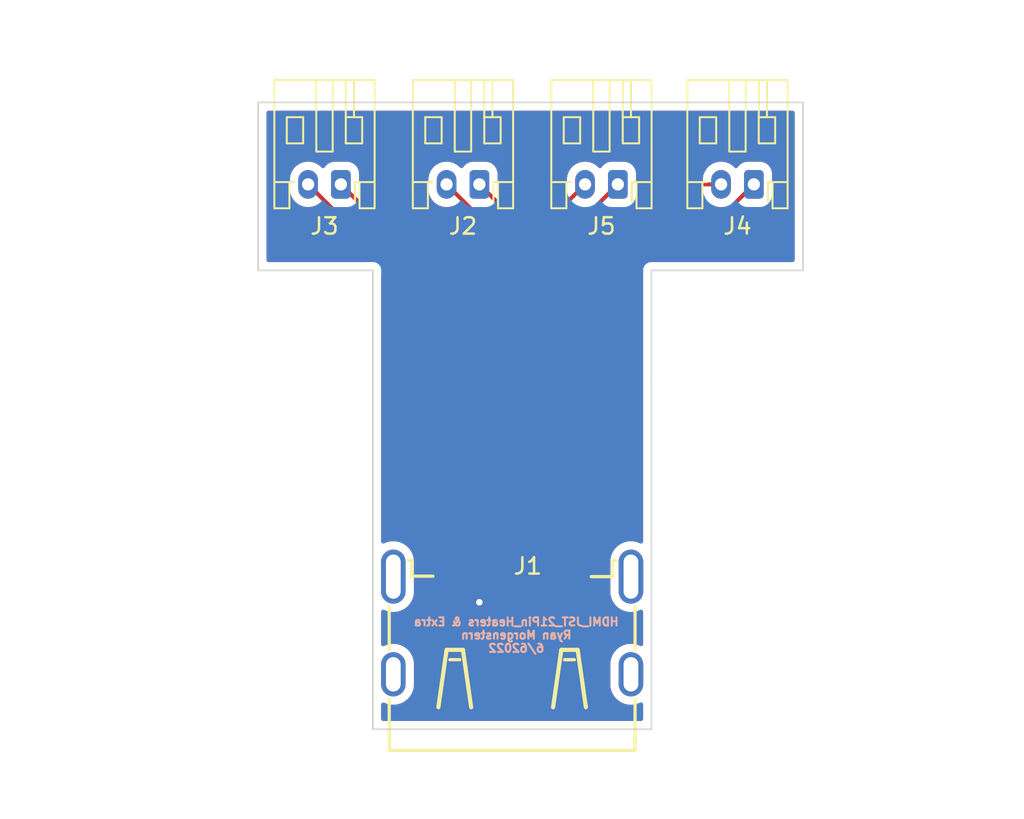
<source format=kicad_pcb>
(kicad_pcb (version 20211014) (generator pcbnew)
  (layers (0 "F.Cu" signal) (31 "B.Cu" signal) (34 "B.Paste" user) (35 "F.Paste" user) (36 "B.SilkS" user "B.Silkscreen") (37 "F.SilkS" user "F.Silkscreen") (38 "B.Mask" user) (39 "F.Mask" user) (44 "Edge.Cuts" user))
  (net 0 "")
  (net 1 "Net-(J1-Pad1)")
  (net 2 "GND")
  (net 3 "Net-(J1-Pad3)")
  (net 4 "Net-(J1-Pad4)")
  (net 5 "Net-(J1-Pad6)")
  (net 6 "Net-(J1-Pad7)")
  (net 7 "Net-(J1-Pad9)")
  (net 8 "Net-(J1-Pad10)")
  (net 9 "Net-(J1-Pad12)")
  (footprint "Connector_JST:JST_PH_S2B-PH-K_1x02_P2.00mm_Horizontal" (layer "F.Cu") (at -10.45 -26.5 180)
    (fp_text reference "J3" (at 1 -2.55) (layer "F.SilkS"))
    (fp_text value "Conn_01x02")
    (fp_line (start 2.3 4.1) (end 2.3 2.5) (layer "F.SilkS") (width 0.12))
    (fp_line (start -1.3 4.1) (end -0.3 4.1) (layer "F.SilkS") (width 0.12))
    (fp_line (start 1.5 2) (end 1.5 6.36) (layer "F.SilkS") (width 0.12))
    (fp_line (start -0.86 0.14) (end -0.86 -1.075) (layer "F.SilkS") (width 0.12))
    (fp_line (start -1.14 0.14) (end -1.14 -1.46) (layer "F.SilkS") (width 0.12))
    (fp_line (start 3.14 -1.46) (end 3.14 0.14) (layer "F.SilkS") (width 0.12))
    (fp_line (start -0.86 0.14) (end -1.14 0.14) (layer "F.SilkS") (width 0.12))
    (fp_line (start 3.3 4.1) (end 2.3 4.1) (layer "F.SilkS") (width 0.12))
    (fp_line (start 3.3 2.5) (end 3.3 4.1) (layer "F.SilkS") (width 0.12))
    (fp_line (start -0.3 2.5) (end -1.3 2.5) (layer "F.SilkS") (width 0.12))
    (fp_line (start 4.06 -1.46) (end 3.14 -1.46) (layer "F.SilkS") (width 0.12))
    (fp_line (start -2.06 0.14) (end -1.14 0.14) (layer "F.SilkS") (width 0.12))
    (fp_line (start 4.06 6.36) (end 4.06 -1.46) (layer "F.SilkS") (width 0.12))
    (fp_line (start -1.3 2.5) (end -1.3 4.1) (layer "F.SilkS") (width 0.12))
    (fp_line (start 0.5 6.36) (end 0.5 2) (layer "F.SilkS") (width 0.12))
    (fp_line (start -0.3 4.1) (end -0.3 2.5) (layer "F.SilkS") (width 0.12))
    (fp_line (start -2.06 6.36) (end 4.06 6.36) (layer "F.SilkS") (width 0.12))
    (fp_line (start -0.3 4.1) (end -0.3 6.36) (layer "F.SilkS") (width 0.12))
    (fp_line (start 4.06 0.14) (end 3.14 0.14) (layer "F.SilkS") (width 0.12))
    (fp_line (start -1.14 -1.46) (end -2.06 -1.46) (layer "F.SilkS") (width 0.12))
    (fp_line (start 0.5 2) (end 1.5 2) (layer "F.SilkS") (width 0.12))
    (fp_line (start -2.06 -1.46) (end -2.06 6.36) (layer "F.SilkS") (width 0.12))
    (fp_line (start -0.8 4.1) (end -0.8 6.36) (layer "F.SilkS") (width 0.12))
    (fp_line (start 3.14 0.14) (end 2.86 0.14) (layer "F.SilkS") (width 0.12))
    (fp_line (start 2.3 2.5) (end 3.3 2.5) (layer "F.SilkS") (width 0.12))
    (pad "1" thru_hole roundrect (at 0 0 180) (size 1.2 1.75) (drill 0.75) (layers *.Cu *.Mask) (roundrect_rratio 0.2083333333) (net 8 "Net-(J1-Pad10)"))
    (pad "2" thru_hole oval (at 2 0 180) (size 1.2 1.75) (drill 0.75) (layers *.Cu *.Mask) (net 9 "Net-(J1-Pad12)"))
  )
  (footprint "Connector_JST:JST_PH_S2B-PH-K_1x02_P2.00mm_Horizontal" (layer "F.Cu") (at -2 -26.5 180)
    (fp_text reference "J2" (at 1 -2.55) (layer "F.SilkS"))
    (fp_text value "Conn_01x02")
    (fp_line (start 0.5 2) (end 1.5 2) (layer "F.SilkS") (width 0.12))
    (fp_line (start -1.3 2.5) (end -1.3 4.1) (layer "F.SilkS") (width 0.12))
    (fp_line (start 3.3 2.5) (end 3.3 4.1) (layer "F.SilkS") (width 0.12))
    (fp_line (start 3.14 -1.46) (end 3.14 0.14) (layer "F.SilkS") (width 0.12))
    (fp_line (start -0.3 4.1) (end -0.3 2.5) (layer "F.SilkS") (width 0.12))
    (fp_line (start -1.14 0.14) (end -1.14 -1.46) (layer "F.SilkS") (width 0.12))
    (fp_line (start -2.06 6.36) (end 4.06 6.36) (layer "F.SilkS") (width 0.12))
    (fp_line (start 4.06 6.36) (end 4.06 -1.46) (layer "F.SilkS") (width 0.12))
    (fp_line (start -0.86 0.14) (end -1.14 0.14) (layer "F.SilkS") (width 0.12))
    (fp_line (start -1.14 -1.46) (end -2.06 -1.46) (layer "F.SilkS") (width 0.12))
    (fp_line (start -2.06 0.14) (end -1.14 0.14) (layer "F.SilkS") (width 0.12))
    (fp_line (start 1.5 2) (end 1.5 6.36) (layer "F.SilkS") (width 0.12))
    (fp_line (start 2.3 4.1) (end 2.3 2.5) (layer "F.SilkS") (width 0.12))
    (fp_line (start -2.06 -1.46) (end -2.06 6.36) (layer "F.SilkS") (width 0.12))
    (fp_line (start -0.3 2.5) (end -1.3 2.5) (layer "F.SilkS") (width 0.12))
    (fp_line (start 4.06 0.14) (end 3.14 0.14) (layer "F.SilkS") (width 0.12))
    (fp_line (start -0.3 4.1) (end -0.3 6.36) (layer "F.SilkS") (width 0.12))
    (fp_line (start 4.06 -1.46) (end 3.14 -1.46) (layer "F.SilkS") (width 0.12))
    (fp_line (start 3.14 0.14) (end 2.86 0.14) (layer "F.SilkS") (width 0.12))
    (fp_line (start -0.8 4.1) (end -0.8 6.36) (layer "F.SilkS") (width 0.12))
    (fp_line (start 2.3 2.5) (end 3.3 2.5) (layer "F.SilkS") (width 0.12))
    (fp_line (start -1.3 4.1) (end -0.3 4.1) (layer "F.SilkS") (width 0.12))
    (fp_line (start 3.3 4.1) (end 2.3 4.1) (layer "F.SilkS") (width 0.12))
    (fp_line (start 0.5 6.36) (end 0.5 2) (layer "F.SilkS") (width 0.12))
    (fp_line (start -0.86 0.14) (end -0.86 -1.075) (layer "F.SilkS") (width 0.12))
    (pad "1" thru_hole roundrect (at 0 0 180) (size 1.2 1.75) (drill 0.75) (layers *.Cu *.Mask) (roundrect_rratio 0.2083333333) (net 6 "Net-(J1-Pad7)"))
    (pad "2" thru_hole oval (at 2 0 180) (size 1.2 1.75) (drill 0.75) (layers *.Cu *.Mask) (net 7 "Net-(J1-Pad9)"))
  )
  (footprint "Connector_JST:JST_PH_S2B-PH-K_1x02_P2.00mm_Horizontal" (layer "F.Cu") (at 14.75 -26.5 180)
    (fp_text reference "J4" (at 1 -2.55) (layer "F.SilkS"))
    (fp_text value "Conn_01x02")
    (fp_line (start 3.14 0.14) (end 2.86 0.14) (layer "F.SilkS") (width 0.12))
    (fp_line (start -1.14 -1.46) (end -2.06 -1.46) (layer "F.SilkS") (width 0.12))
    (fp_line (start 1.5 2) (end 1.5 6.36) (layer "F.SilkS") (width 0.12))
    (fp_line (start -1.3 2.5) (end -1.3 4.1) (layer "F.SilkS") (width 0.12))
    (fp_line (start -0.8 4.1) (end -0.8 6.36) (layer "F.SilkS") (width 0.12))
    (fp_line (start 0.5 2) (end 1.5 2) (layer "F.SilkS") (width 0.12))
    (fp_line (start -1.3 4.1) (end -0.3 4.1) (layer "F.SilkS") (width 0.12))
    (fp_line (start -0.3 4.1) (end -0.3 2.5) (layer "F.SilkS") (width 0.12))
    (fp_line (start 3.14 -1.46) (end 3.14 0.14) (layer "F.SilkS") (width 0.12))
    (fp_line (start -0.3 4.1) (end -0.3 6.36) (layer "F.SilkS") (width 0.12))
    (fp_line (start -0.3 2.5) (end -1.3 2.5) (layer "F.SilkS") (width 0.12))
    (fp_line (start 4.06 6.36) (end 4.06 -1.46) (layer "F.SilkS") (width 0.12))
    (fp_line (start 2.3 4.1) (end 2.3 2.5) (layer "F.SilkS") (width 0.12))
    (fp_line (start 4.06 -1.46) (end 3.14 -1.46) (layer "F.SilkS") (width 0.12))
    (fp_line (start -2.06 0.14) (end -1.14 0.14) (layer "F.SilkS") (width 0.12))
    (fp_line (start 4.06 0.14) (end 3.14 0.14) (layer "F.SilkS") (width 0.12))
    (fp_line (start -2.06 6.36) (end 4.06 6.36) (layer "F.SilkS") (width 0.12))
    (fp_line (start -0.86 0.14) (end -1.14 0.14) (layer "F.SilkS") (width 0.12))
    (fp_line (start -0.86 0.14) (end -0.86 -1.075) (layer "F.SilkS") (width 0.12))
    (fp_line (start 3.3 4.1) (end 2.3 4.1) (layer "F.SilkS") (width 0.12))
    (fp_line (start -2.06 -1.46) (end -2.06 6.36) (layer "F.SilkS") (width 0.12))
    (fp_line (start 3.3 2.5) (end 3.3 4.1) (layer "F.SilkS") (width 0.12))
    (fp_line (start 0.5 6.36) (end 0.5 2) (layer "F.SilkS") (width 0.12))
    (fp_line (start -1.14 0.14) (end -1.14 -1.46) (layer "F.SilkS") (width 0.12))
    (fp_line (start 2.3 2.5) (end 3.3 2.5) (layer "F.SilkS") (width 0.12))
    (pad "1" thru_hole roundrect (at 0 0 180) (size 1.2 1.75) (drill 0.75) (layers *.Cu *.Mask) (roundrect_rratio 0.2083333333) (net 1 "Net-(J1-Pad1)"))
    (pad "2" thru_hole oval (at 2 0 180) (size 1.2 1.75) (drill 0.75) (layers *.Cu *.Mask) (net 3 "Net-(J1-Pad3)"))
  )
  (footprint "Connector_JST:JST_PH_S2B-PH-K_1x02_P2.00mm_Horizontal" (layer "F.Cu") (at 6.45 -26.5 180)
    (fp_text reference "J5" (at 1 -2.55) (layer "F.SilkS"))
    (fp_text value "Conn_01x02")
    (fp_line (start 3.3 4.1) (end 2.3 4.1) (layer "F.SilkS") (width 0.12))
    (fp_line (start -0.86 0.14) (end -0.86 -1.075) (layer "F.SilkS") (width 0.12))
    (fp_line (start -1.14 0.14) (end -1.14 -1.46) (layer "F.SilkS") (width 0.12))
    (fp_line (start 4.06 6.36) (end 4.06 -1.46) (layer "F.SilkS") (width 0.12))
    (fp_line (start -1.3 4.1) (end -0.3 4.1) (layer "F.SilkS") (width 0.12))
    (fp_line (start 4.06 0.14) (end 3.14 0.14) (layer "F.SilkS") (width 0.12))
    (fp_line (start 3.3 2.5) (end 3.3 4.1) (layer "F.SilkS") (width 0.12))
    (fp_line (start 1.5 2) (end 1.5 6.36) (layer "F.SilkS") (width 0.12))
    (fp_line (start 3.14 0.14) (end 2.86 0.14) (layer "F.SilkS") (width 0.12))
    (fp_line (start -1.3 2.5) (end -1.3 4.1) (layer "F.SilkS") (width 0.12))
    (fp_line (start -0.3 4.1) (end -0.3 2.5) (layer "F.SilkS") (width 0.12))
    (fp_line (start 4.06 -1.46) (end 3.14 -1.46) (layer "F.SilkS") (width 0.12))
    (fp_line (start -2.06 -1.46) (end -2.06 6.36) (layer "F.SilkS") (width 0.12))
    (fp_line (start -0.3 4.1) (end -0.3 6.36) (layer "F.SilkS") (width 0.12))
    (fp_line (start -0.86 0.14) (end -1.14 0.14) (layer "F.SilkS") (width 0.12))
    (fp_line (start -0.3 2.5) (end -1.3 2.5) (layer "F.SilkS") (width 0.12))
    (fp_line (start 2.3 4.1) (end 2.3 2.5) (layer "F.SilkS") (width 0.12))
    (fp_line (start -2.06 0.14) (end -1.14 0.14) (layer "F.SilkS") (width 0.12))
    (fp_line (start -2.06 6.36) (end 4.06 6.36) (layer "F.SilkS") (width 0.12))
    (fp_line (start -0.8 4.1) (end -0.8 6.36) (layer "F.SilkS") (width 0.12))
    (fp_line (start 0.5 6.36) (end 0.5 2) (layer "F.SilkS") (width 0.12))
    (fp_line (start 3.14 -1.46) (end 3.14 0.14) (layer "F.SilkS") (width 0.12))
    (fp_line (start 2.3 2.5) (end 3.3 2.5) (layer "F.SilkS") (width 0.12))
    (fp_line (start -1.14 -1.46) (end -2.06 -1.46) (layer "F.SilkS") (width 0.12))
    (fp_line (start 0.5 2) (end 1.5 2) (layer "F.SilkS") (width 0.12))
    (pad "1" thru_hole roundrect (at 0 0 180) (size 1.2 1.75) (drill 0.75) (layers *.Cu *.Mask) (roundrect_rratio 0.2083333333) (net 4 "Net-(J1-Pad4)"))
    (pad "2" thru_hole oval (at 2 0 180) (size 1.2 1.75) (drill 0.75) (layers *.Cu *.Mask) (net 5 "Net-(J1-Pad6)"))
  )
  (footprint "0_21Pin_FootprintLib:HDMI-SMD_HDMI-019S" (layer "F.Cu") (at 0 0)
    (fp_text reference "J1" (at 0 -3.207) (layer "F.SilkS") (effects (justify left)))
    (fp_text value "HDMI_A")
    (fp_line (start 4 1.904) (end 4.5 5.404) (layer "F.SilkS") (width 0.254))
    (fp_line (start 6.145 -2.575) (end 6.145 -3.563) (layer "F.SilkS") (width 0.2))
    (fp_line (start 6.352 -3.563) (end 6.352 -3.556) (layer "F.SilkS") (width 0.2))
    (fp_line (start -6.107 -3.545) (end -6.12 -3.545) (layer "F.SilkS") (width 0.2))
    (fp_line (start 7.5 1.876) (end 7.5 -0.743) (layer "F.SilkS") (width 0.2))
    (fp_line (start -6.35 -3.557) (end -6.107 -3.557) (layer "F.SilkS") (width 0.2))
    (fp_line (start 4.83 -2.565) (end 6.08 -2.565) (layer "F.SilkS") (width 0.2))
    (fp_line (start -3.2 2.504) (end -3.8 2.504) (layer "F.SilkS") (width 0.2))
    (fp_line (start 6.08 -2.565) (end 6.08 -2.575) (layer "F.SilkS") (width 0.2))
    (fp_line (start -7.5 1.875) (end -7.5 -0.743) (layer "F.SilkS") (width 0.2))
    (fp_line (start -6.107 -3.557) (end -6.107 -3.545) (layer "F.SilkS") (width 0.2))
    (fp_line (start -6.12 -2.592) (end -4.837 -2.592) (layer "F.SilkS") (width 0.2))
    (fp_line (start 7.5 8.036) (end 7.5 4.917) (layer "F.SilkS") (width 0.2))
    (fp_line (start 6.145 -3.563) (end 6.352 -3.563) (layer "F.SilkS") (width 0.2))
    (fp_line (start 3.2 2.504) (end 3.8 2.504) (layer "F.SilkS") (width 0.2))
    (fp_line (start -3 1.904) (end -4 1.904) (layer "F.SilkS") (width 0.254))
    (fp_line (start -6.12 -3.545) (end -6.12 -2.592) (layer "F.SilkS") (width 0.2))
    (fp_line (start 2.5 5.404) (end 3 1.904) (layer "F.SilkS") (width 0.254))
    (fp_line (start -7.5 8.036) (end -7.5 4.917) (layer "F.SilkS") (width 0.2))
    (fp_line (start 6.08 -2.575) (end 6.145 -2.575) (layer "F.SilkS") (width 0.2))
    (fp_line (start -2.5 5.404) (end -3 1.904) (layer "F.SilkS") (width 0.254))
    (fp_line (start -7.5 8.036) (end 7.5 8.036) (layer "F.SilkS") (width 0.2))
    (fp_line (start 3 1.904) (end 4 1.904) (layer "F.SilkS") (width 0.254))
    (fp_line (start -4 1.904) (end -4.5 5.404) (layer "F.SilkS") (width 0.254))
    (pad "1" smd oval (at 4.501 -3.396) (size 0.25 2.4) (layers "F.Cu" "F.Paste" "F.Mask") (net 1 "Net-(J1-Pad1)"))
    (pad "2" smd oval (at 4.001 -3.396) (size 0.25 2.4) (layers "F.Cu" "F.Paste" "F.Mask") (net 2 "GND"))
    (pad "3" smd oval (at 3.501 -3.396) (size 0.25 2.4) (layers "F.Cu" "F.Paste" "F.Mask") (net 3 "Net-(J1-Pad3)"))
    (pad "4" smd oval (at 3.001 -3.396) (size 0.25 2.4) (layers "F.Cu" "F.Paste" "F.Mask") (net 4 "Net-(J1-Pad4)"))
    (pad "5" smd oval (at 2.5 -3.396) (size 0.25 2.4) (layers "F.Cu" "F.Paste" "F.Mask") (net 2 "GND"))
    (pad "6" smd oval (at 2 -3.396) (size 0.25 2.4) (layers "F.Cu" "F.Paste" "F.Mask") (net 5 "Net-(J1-Pad6)"))
    (pad "7" smd oval (at 1.5 -3.396) (size 0.25 2.4) (layers "F.Cu" "F.Paste" "F.Mask") (net 6 "Net-(J1-Pad7)"))
    (pad "8" smd oval (at 1 -3.396) (size 0.25 2.4) (layers "F.Cu" "F.Paste" "F.Mask") (net 2 "GND"))
    (pad "9" smd oval (at 0.5 -3.396) (size 0.25 2.4) (layers "F.Cu" "F.Paste" "F.Mask") (net 7 "Net-(J1-Pad9)"))
    (pad "10" smd oval (at 0 -3.396) (size 0.25 2.4) (layers "F.Cu" "F.Paste" "F.Mask") (net 8 "Net-(J1-Pad10)"))
    (pad "11" smd oval (at -0.5 -3.396) (size 0.25 2.4) (layers "F.Cu" "F.Paste" "F.Mask") (net 2 "GND"))
    (pad "12" smd oval (at -1 -3.396) (size 0.25 2.4) (layers "F.Cu" "F.Paste" "F.Mask") (net 9 "Net-(J1-Pad12)"))
    (pad "13" smd oval (at -1.5 -3.396) (size 0.25 2.4) (layers "F.Cu" "F.Paste" "F.Mask"))
    (pad "14" smd oval (at -2 -3.396) (size 0.25 2.4) (layers "F.Cu" "F.Paste" "F.Mask"))
    (pad "15" smd oval (at -2.5 -3.396) (size 0.25 2.4) (layers "F.Cu" "F.Paste" "F.Mask"))
    (pad "16" smd oval (at -3.001 -3.396) (size 0.25 2.4) (layers "F.Cu" "F.Paste" "F.Mask"))
    (pad "17" smd oval (at -3.501 -3.396) (size 0.25 2.4) (layers "F.Cu" "F.Paste" "F.Mask") (net 2 "GND"))
    (pad "18" smd oval (at -4.001 -3.396) (size 0.25 2.4) (layers "F.Cu" "F.Paste" "F.Mask"))
    (pad "19" smd oval (at -4.501 -3.396) (size 0.25 2.4) (layers "F.Cu" "F.Paste" "F.Mask"))
    (pad "20" thru_hole oval (at 7.25 3.396) (size 1.5 2.7) (drill oval 0.9 2.1) (layers *.Cu *.Mask))
    (pad "21" thru_hole oval (at -7.25 3.396) (size 1.5 2.7) (drill oval 0.9 2.1) (layers *.Cu *.Mask))
    (pad "22" thru_hole oval (at 7.25 -2.564) (size 1.5 3.3) (drill oval 0.9 2.7) (layers *.Cu *.Mask))
    (pad "23" thru_hole oval (at -7.25 -2.564) (size 1.5 3.3) (drill oval 0.9 2.7) (layers *.Cu *.Mask))
  )
  (gr_line (start 17.75 -21.25) (end 17.75 -31.5) (layer "Edge.Cuts") (width 0.1))
  (gr_line (start -15.5 -31.5) (end 17.75 -31.5) (layer "Edge.Cuts") (width 0.1))
  (gr_line (start -15.5 -31.5) (end -15.5 -21.25) (layer "Edge.Cuts") (width 0.1))
  (gr_line (start -8.5 -21.25) (end -8.5 -14.75) (layer "Edge.Cuts") (width 0.1))
  (gr_line (start 8.5 -4.75) (end 8.5 -14.75) (layer "Edge.Cuts") (width 0.1))
  (gr_line (start 8.5 6.75) (end -8.5 6.75) (layer "Edge.Cuts") (width 0.1))
  (gr_line (start -8.5 -4.75) (end -8.5 6.75) (layer "Edge.Cuts") (width 0.1))
  (gr_line (start 8.5 -14.75) (end 8.5 -21.25) (layer "Edge.Cuts") (width 0.1))
  (gr_line (start -15.5 -21.25) (end -8.5 -21.25) (layer "Edge.Cuts") (width 0.1))
  (gr_line (start 8.5 -21.25) (end 17.75 -21.25) (layer "Edge.Cuts") (width 0.1))
  (gr_line (start -8.5 -4.75) (end -8.5 -14.75) (layer "Edge.Cuts") (width 0.1))
  (gr_line (start 8.5 -4.75) (end 8.5 6.75) (layer "Edge.Cuts") (width 0.1))
  (gr_text "HDMI_JST_21Pin_Heaters & Extra\nRyan Morgenstern\n6/62022" (at 0.25 1) (layer "B.SilkS") (effects (font (size 0.5 0.5) (thickness 0.125)) (justify mirror)))
  (segment (start 14.75 -26.5) (end 11.932141 -23.682141) (width 0.25) (layer "F.Cu") (net 1))
  (segment (start 4.501 -21.115282) (end 4.501 -3.396) (width 0.25) (layer "F.Cu") (net 1))
  (segment (start 7.067859 -23.682141) (end 4.501 -21.115282) (width 0.25) (layer "F.Cu") (net 1))
  (segment (start 11.932141 -23.682141) (end 7.067859 -23.682141) (width 0.25) (layer "F.Cu") (net 1))
  (segment (start -2.12148 -1.87148) (end -2.12148 -1.12148) (width 0.25) (layer "F.Cu") (net 2))
  (segment (start -0.813803 -1.87148) (end -0.5 -2.185283) (width 0.25) (layer "F.Cu") (net 2))
  (segment (start 2.5 -1.946) (end 2.696 -1.75) (width 0.25) (layer "F.Cu") (net 2))
  (segment (start 1 -1.946) (end 1.07452 -1.87148) (width 0.25) (layer "F.Cu") (net 2))
  (segment (start 1 -3.396) (end 1 -1.946) (width 0.25) (layer "F.Cu") (net 2))
  (segment (start -2.12148 -1.87148) (end -0.813803 -1.87148) (width 0.25) (layer "F.Cu") (net 2))
  (segment (start -3.501 -3.396) (end -3.501 -1.946) (width 0.25) (layer "F.Cu") (net 2))
  (segment (start -0.5 -1.946) (end -0.42548 -1.87148) (width 0.25) (layer "F.Cu") (net 2))
  (segment (start -0.5 -2.185283) (end -0.5 -3.396) (width 0.25) (layer "F.Cu") (net 2))
  (segment (start 2.5 -3.396) (end 2.5 -1.946) (width 0.25) (layer "F.Cu") (net 2))
  (segment (start -3.42648 -1.87148) (end -2.12148 -1.87148) (width 0.25) (layer "F.Cu") (net 2))
  (segment (start 4.001 -2.185283) (end 4.001 -3.396) (width 0.25) (layer "F.Cu") (net 2))
  (segment (start 2.696 -1.75) (end 3.565717 -1.75) (width 0.25) (layer "F.Cu") (net 2))
  (segment (start 1 -2.134803) (end 1 -3.396) (width 0.25) (layer "F.Cu") (net 2))
  (segment (start 0.736677 -1.87148) (end 1 -2.134803) (width 0.25) (layer "F.Cu") (net 2))
  (segment (start -2.12148 -1.12148) (end -2 -1) (width 0.25) (layer "F.Cu") (net 2))
  (segment (start -0.5 -3.396) (end -0.5 -1.946) (width 0.25) (layer "F.Cu") (net 2))
  (segment (start -3.501 -1.946) (end -3.42648 -1.87148) (width 0.25) (layer "F.Cu") (net 2))
  (segment (start -0.42548 -1.87148) (end 0.736677 -1.87148) (width 0.25) (layer "F.Cu") (net 2))
  (segment (start 2.186197 -1.87148) (end 2.5 -2.185283) (width 0.25) (layer "F.Cu") (net 2))
  (segment (start 2.5 -2.185283) (end 2.5 -3.396) (width 0.25) (layer "F.Cu") (net 2))
  (segment (start 1.07452 -1.87148) (end 2.186197 -1.87148) (width 0.25) (layer "F.Cu") (net 2))
  (segment (start 3.565717 -1.75) (end 4.001 -2.185283) (width 0.25) (layer "F.Cu") (net 2))
  (via (at -2 -1) (size 0.8) (drill 0.4) (layers "F.Cu" "B.Cu") (net 2))
  (segment (start 3.501 -3.396) (end 3.501 -20.751) (width 0.25) (layer "F.Cu") (net 3))
  (segment (start 3.501 -20.751) (end 9.25 -26.5) (width 0.25) (layer "F.Cu") (net 3))
  (segment (start 9.25 -26.5) (end 12.75 -26.5) (width 0.25) (layer "F.Cu") (net 3))
  (segment (start 3.001 -23.051) (end 3.001 -3.396) (width 0.25) (layer "F.Cu") (net 4))
  (segment (start 6.45 -26.5) (end 3.001 -23.051) (width 0.25) (layer "F.Cu") (net 4))
  (segment (start 2 -3.396) (end 2 -24.05) (width 0.25) (layer "F.Cu") (net 5))
  (segment (start 2 -24.05) (end 4.45 -26.5) (width 0.25) (layer "F.Cu") (net 5))
  (segment (start -2 -26.5) (end 1.5 -23) (width 0.25) (layer "F.Cu") (net 6))
  (segment (start 1.5 -23) (end 1.5 -3.396) (width 0.25) (layer "F.Cu") (net 6))
  (segment (start -4 -26.5) (end 0.5 -22) (width 0.25) (layer "F.Cu") (net 7))
  (segment (start 0.5 -22) (end 0.5 -3.396) (width 0.25) (layer "F.Cu") (net 7))
  (segment (start 0 -16.05) (end -10.45 -26.5) (width 0.25) (layer "F.Cu") (net 8))
  (segment (start 0 -3.396) (end 0 -16.05) (width 0.25) (layer "F.Cu") (net 8))
  (segment (start -1 -15.05) (end -1 -3.396) (width 0.25) (layer "F.Cu") (net 9))
  (segment (start -12.45 -26.5) (end -1 -15.05) (width 0.25) (layer "F.Cu") (net 9))
  (zone (net 2) (net_name "GND") (layer "F.Cu") (connect_pads (clearance 0.508)) (min_thickness 0.254) (fill yes (thermal_gap 0.508) (thermal_bridge_width 0.508))
    (polygon (pts (xy 28.5 -37.75) (xy 18.25 12.25) (xy -20.25 9.75) (xy -28.25 -36.75)))
  )
  (zone (net 2) (net_name "GND") (layer "B.Cu") (connect_pads (clearance 0.508)) (min_thickness 0.254) (fill yes (thermal_gap 0.508) (thermal_bridge_width 0.508))
    (polygon (pts (xy 31.25 -37.75) (xy 17.5 11) (xy -19 10.25) (xy -31.25 -36.25)))
  )
)
</source>
